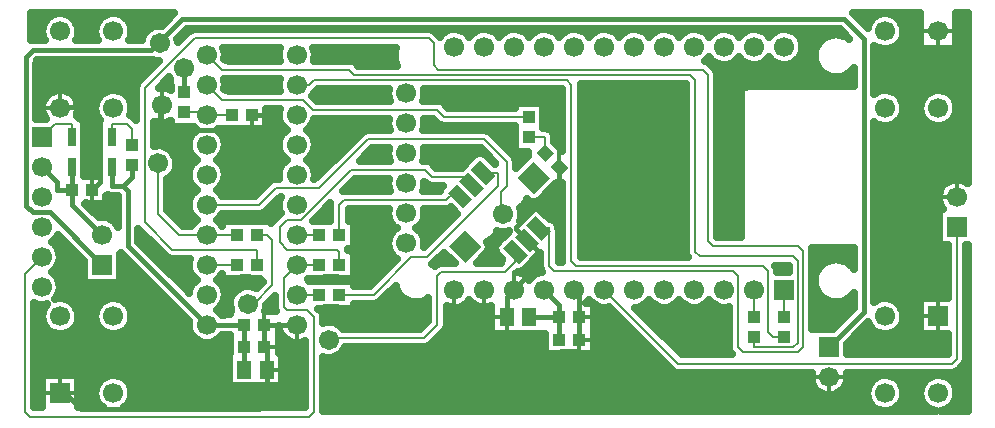
<source format=gbr>
G04 DipTrace 2.4.0.2*
%INTop.gbr*%
%MOIN*%
%ADD13C,0.015*%
%ADD14C,0.008*%
%ADD15C,0.025*%
%ADD16C,0.013*%
%ADD18R,0.0394X0.0433*%
%ADD19R,0.0433X0.0394*%
%ADD20R,0.0512X0.0591*%
%ADD22R,0.0315X0.063*%
%ADD23R,0.0669X0.0669*%
%ADD24C,0.0669*%
%ADD25C,0.067*%
%FSLAX44Y44*%
G04*
G70*
G90*
G75*
G01*
%LNTop*%
%LPD*%
X11440Y5690D2*
D13*
Y6440D1*
X10190Y7190D2*
X7565Y9815D1*
Y11652D1*
X7405Y11812D1*
X7029D1*
Y12440D1*
X7405Y11812D2*
X7690Y12096D1*
Y12521D1*
X11440Y7190D2*
X10190D1*
X11440Y6440D2*
Y7190D1*
X10190Y11190D2*
D14*
X11940D1*
X12503Y11753D1*
X13940D1*
X15565Y13378D1*
X19440D1*
X20190Y12628D1*
Y11815D1*
X20003Y11628D1*
Y10940D1*
X20065Y10878D1*
X5304Y4910D2*
D13*
X5470D1*
X6003Y4377D1*
X11940D1*
X12190Y4627D1*
Y5688D1*
X12188Y5690D1*
Y6361D1*
X12109Y6440D1*
Y7190D1*
X13190D1*
X20192Y7440D2*
Y8107D1*
X20440Y8355D1*
X22609Y6690D2*
Y7440D1*
Y8186D1*
X22440Y8355D1*
X20440D2*
Y8377D1*
X21253Y9190D1*
Y9627D1*
X20866Y10014D1*
X21940Y12440D2*
Y11878D1*
X20502Y10440D1*
Y10378D1*
X20866Y10014D1*
X6359Y11690D2*
X6378D1*
X6628Y11940D1*
Y14065D1*
X6253Y14440D1*
X5334D1*
X5304Y14410D1*
X11690Y14190D2*
X12065D1*
X12128Y14128D1*
Y13815D1*
X12002Y13690D1*
X8940D1*
X8627Y14002D1*
Y14440D1*
X8690Y14503D1*
X35190Y10440D2*
D14*
Y6055D1*
X35030Y5895D1*
X25900D1*
X23440Y8355D1*
X11021Y14190D2*
X10190D1*
X10109Y14271D1*
X9440D1*
X13190Y10190D2*
X13940D1*
X10190Y9190D2*
X11190D1*
X7029Y13440D2*
Y13875D1*
X7530D1*
X7690Y13715D1*
Y13190D1*
X19404Y12255D2*
X19909D1*
Y11827D1*
X17517Y9436D1*
X17008D1*
X15762Y8190D1*
X14609D1*
Y9190D2*
Y9615D1*
X14534Y9690D1*
X12859D1*
X12615Y9935D1*
Y10445D1*
X12859Y10690D1*
X13326D1*
X14991Y12355D1*
X17475D1*
X17710Y12120D1*
X18760D1*
X19014Y11866D1*
X18764D1*
X14609Y10190D2*
Y11195D1*
X14769Y11355D1*
X18168D1*
X18288Y11476D1*
X18625D1*
X20476Y9625D2*
Y9288D1*
X20127Y8940D1*
X18002D1*
X17877Y8815D1*
Y7190D1*
X17440Y6752D1*
X14315D1*
X14252Y6690D1*
X11565Y7878D2*
X11753D1*
X12378Y8503D1*
Y10002D1*
X12190Y10190D1*
X11859D1*
Y9190D2*
Y9690D1*
X9038D1*
X8127Y10601D1*
Y15065D1*
X9793Y16730D1*
X17590D1*
X17750Y16570D1*
Y15835D1*
X17910Y15675D1*
X26735D1*
X26895Y15515D1*
Y9973D1*
X27055Y9813D1*
X29895D1*
X30055Y9653D1*
Y6434D1*
X29895Y6274D1*
X28055D1*
X27895Y6434D1*
Y8823D1*
X27735Y8983D1*
X21770D1*
X21610Y9143D1*
Y10404D1*
X21255D1*
X21610D2*
D3*
X10190Y15190D2*
X10690Y14690D1*
X13396D1*
X13731Y14355D1*
X17867D1*
X18112Y14109D1*
X20940D1*
Y13440D2*
X21467D1*
Y12913D1*
X29440Y8360D2*
Y7440D1*
X28440Y8355D2*
Y7440D1*
X4690Y12440D2*
D13*
X5180Y11950D1*
Y11690D1*
X5690D1*
Y12440D1*
Y11690D2*
Y11190D1*
X6690Y10190D1*
X13940Y8190D2*
D14*
X13190D1*
X13940Y9190D2*
X13190D1*
X12752Y8753D1*
Y7788D1*
X12850Y7690D1*
X13521D1*
X13765Y7445D1*
Y4286D1*
X13605Y4126D1*
X4286D1*
X4126Y4286D1*
Y8876D1*
X4690Y9440D1*
X10190Y10190D2*
X11190D1*
X4690Y13440D2*
X5145Y13895D1*
X5690D1*
Y13440D1*
X10190Y10190D2*
X9252D1*
X8565Y10877D1*
Y12565D1*
X13190Y15190D2*
X13605D1*
X13770Y15355D1*
X22184D1*
X22344Y15195D1*
Y9303D1*
X22504Y9143D1*
X28735D1*
X28895Y8983D1*
Y6931D1*
X29055Y6771D1*
X29440D1*
X10190Y16190D2*
X10690Y15690D1*
X14937D1*
X15112Y15515D1*
X26306D1*
X26466Y15355D1*
Y9623D1*
X26626Y9463D1*
X29735D1*
X29895Y9303D1*
Y6594D1*
X29735Y6434D1*
X28440D1*
Y6771D1*
X30940Y6440D2*
D13*
X32102Y7602D1*
Y16700D1*
X31424Y17378D1*
X9378D1*
X8340Y16340D1*
X4391D1*
X4161Y16110D1*
Y11160D1*
X4391Y10930D1*
X4950D1*
X6690Y9190D1*
X9440Y15753D2*
Y14940D1*
X21440Y8355D2*
X21940Y7855D1*
Y7440D1*
Y6690D2*
Y7440D1*
X21351D1*
X20940D1*
X4340Y17316D2*
D15*
X4792D1*
X5819D2*
X6561D1*
X7588D2*
X8811D1*
X31990D2*
X32292D1*
X33319D2*
X33952D1*
X35201D2*
X35542D1*
X4340Y17068D2*
X4686D1*
X5920D2*
X6460D1*
X7694D2*
X8276D1*
X33420D2*
X33952D1*
X35201D2*
X35542D1*
X4340Y16819D2*
X4698D1*
X5908D2*
X6472D1*
X7682D2*
X8058D1*
X9326D2*
X9425D1*
X29932D2*
X30894D1*
X33408D2*
X33952D1*
X35201D2*
X35542D1*
X30049Y16570D2*
X30565D1*
X33276D2*
X33952D1*
X35201D2*
X35542D1*
X10799Y16322D2*
X12581D1*
X13799D2*
X16452D1*
X30053D2*
X30452D1*
X32467D2*
X35542D1*
X10803Y16073D2*
X12577D1*
X13803D2*
X16433D1*
X29940D2*
X30433D1*
X32467D2*
X35542D1*
X4526Y15824D2*
X8429D1*
X15260D2*
X16507D1*
X27041D2*
X30507D1*
X32467D2*
X35542D1*
X4526Y15575D2*
X8183D1*
X27217D2*
X30718D1*
X31619D2*
X31738D1*
X32467D2*
X35542D1*
X4526Y15327D2*
X7933D1*
X8846D2*
X8952D1*
X10799D2*
X12581D1*
X27225D2*
X31737D1*
X32467D2*
X35542D1*
X4526Y15078D2*
X7800D1*
X10803D2*
X12577D1*
X22674D2*
X26136D1*
X27225D2*
X28026D1*
X32467D2*
X35542D1*
X4526Y14829D2*
X4851D1*
X5760D2*
X6620D1*
X7529D2*
X7796D1*
X13713D2*
X16218D1*
X17459D2*
X22015D1*
X22674D2*
X26136D1*
X27225D2*
X27968D1*
X33260D2*
X34120D1*
X35029D2*
X35542D1*
X4526Y14581D2*
X4706D1*
X5904D2*
X6476D1*
X7674D2*
X7796D1*
X18096D2*
X20452D1*
X21428D2*
X22015D1*
X22674D2*
X26136D1*
X27225D2*
X27968D1*
X33404D2*
X33976D1*
X35174D2*
X35542D1*
X4526Y14332D2*
X4686D1*
X5924D2*
X6456D1*
X7694D2*
X7796D1*
X12197D2*
X12581D1*
X21428D2*
X22015D1*
X22674D2*
X26136D1*
X27225D2*
X27968D1*
X33424D2*
X33956D1*
X35194D2*
X35542D1*
X4526Y14083D2*
X4776D1*
X5955D2*
X6550D1*
X12197D2*
X12573D1*
X21428D2*
X22015D1*
X22674D2*
X26136D1*
X27225D2*
X27968D1*
X33330D2*
X34050D1*
X35104D2*
X35542D1*
X6139Y13835D2*
X6581D1*
X8459D2*
X8952D1*
X12197D2*
X12683D1*
X13697D2*
X16218D1*
X17463D2*
X17956D1*
X21428D2*
X22015D1*
X22674D2*
X26136D1*
X27225D2*
X27968D1*
X32467D2*
X32615D1*
X32994D2*
X34386D1*
X34768D2*
X35542D1*
X6139Y13586D2*
X6581D1*
X8459D2*
X9714D1*
X10666D2*
X12714D1*
X13666D2*
X15315D1*
X19690D2*
X20452D1*
X21760D2*
X22015D1*
X22674D2*
X26136D1*
X27225D2*
X27968D1*
X32467D2*
X35542D1*
X6139Y13337D2*
X6581D1*
X8459D2*
X9585D1*
X10795D2*
X12585D1*
X13795D2*
X15069D1*
X19936D2*
X20452D1*
X21795D2*
X22015D1*
X22674D2*
X26136D1*
X27225D2*
X27968D1*
X32467D2*
X35542D1*
X6139Y13089D2*
X6581D1*
X8881D2*
X9573D1*
X10807D2*
X12573D1*
X13807D2*
X14819D1*
X20186D2*
X20452D1*
X22674D2*
X26136D1*
X27225D2*
X27968D1*
X32467D2*
X35542D1*
X6139Y12840D2*
X6581D1*
X9123D2*
X9679D1*
X10701D2*
X12679D1*
X13701D2*
X14573D1*
X15483D2*
X16218D1*
X17463D2*
X19073D1*
X20432D2*
X20890D1*
X22674D2*
X26136D1*
X27225D2*
X27968D1*
X32467D2*
X35542D1*
X6139Y12591D2*
X6581D1*
X9190D2*
X9718D1*
X10662D2*
X12718D1*
X13662D2*
X14323D1*
X17694D2*
X18827D1*
X20522D2*
X20638D1*
X22674D2*
X26136D1*
X27225D2*
X27968D1*
X32467D2*
X35542D1*
X6139Y12343D2*
X6581D1*
X9147D2*
X9585D1*
X10795D2*
X12585D1*
X13795D2*
X14073D1*
X22674D2*
X26136D1*
X27225D2*
X27968D1*
X32467D2*
X35542D1*
X8963Y12094D2*
X9573D1*
X10807D2*
X12573D1*
X22674D2*
X26136D1*
X27225D2*
X27968D1*
X32467D2*
X35542D1*
X8897Y11845D2*
X9675D1*
X10705D2*
X12140D1*
X14940D2*
X16218D1*
X17463D2*
X17554D1*
X21803D2*
X22015D1*
X22674D2*
X26136D1*
X27225D2*
X27968D1*
X32467D2*
X34722D1*
X8897Y11596D2*
X9726D1*
X10654D2*
X11890D1*
X21553D2*
X22015D1*
X22674D2*
X26136D1*
X27225D2*
X27968D1*
X32467D2*
X34585D1*
X6865Y11348D2*
X7202D1*
X8897D2*
X9585D1*
X21303D2*
X22015D1*
X22674D2*
X26136D1*
X27225D2*
X27968D1*
X32467D2*
X34573D1*
X6287Y11099D2*
X7202D1*
X8897D2*
X9573D1*
X12307D2*
X12573D1*
X14194D2*
X14279D1*
X20678D2*
X22015D1*
X22674D2*
X26136D1*
X27225D2*
X27968D1*
X32467D2*
X34671D1*
X6533Y10850D2*
X7202D1*
X9049D2*
X9671D1*
X10709D2*
X12565D1*
X13944D2*
X14280D1*
X14940D2*
X16218D1*
X17463D2*
X18476D1*
X20690D2*
X20788D1*
X21514D2*
X22015D1*
X22674D2*
X26136D1*
X27225D2*
X27968D1*
X32467D2*
X34565D1*
X9295Y10602D2*
X9729D1*
X15115D2*
X16296D1*
X17385D2*
X18226D1*
X21865D2*
X22015D1*
X22674D2*
X26136D1*
X27225D2*
X27968D1*
X32467D2*
X34565D1*
X15115Y10353D2*
X16421D1*
X17260D2*
X17979D1*
X22674D2*
X26136D1*
X27225D2*
X27968D1*
X32467D2*
X34565D1*
X7932Y10104D2*
X8167D1*
X15115D2*
X16253D1*
X17428D2*
X17729D1*
X19795D2*
X20042D1*
X22674D2*
X26136D1*
X32467D2*
X34565D1*
X5147Y9856D2*
X5519D1*
X8029D2*
X8417D1*
X15115D2*
X16218D1*
X19623D2*
X19808D1*
X22674D2*
X26136D1*
X32467D2*
X34565D1*
X5291Y9607D2*
X5769D1*
X8279D2*
X8667D1*
X15115D2*
X16292D1*
X19565D2*
X19804D1*
X22674D2*
X26136D1*
X30385D2*
X31737D1*
X32467D2*
X34858D1*
X5311Y9358D2*
X6015D1*
X7315D2*
X7515D1*
X8526D2*
X9589D1*
X15115D2*
X16476D1*
X17897D2*
X18311D1*
X19315D2*
X20038D1*
X21119D2*
X21280D1*
X30385D2*
X31050D1*
X31291D2*
X31737D1*
X32467D2*
X34858D1*
X5217Y9110D2*
X6065D1*
X7315D2*
X7765D1*
X8776D2*
X9569D1*
X15115D2*
X16226D1*
X20877D2*
X21280D1*
X29197D2*
X29565D1*
X30385D2*
X30597D1*
X32467D2*
X34858D1*
X5143Y8861D2*
X6065D1*
X7315D2*
X8015D1*
X9026D2*
X9663D1*
X15115D2*
X15976D1*
X20787D2*
X21093D1*
X32467D2*
X34858D1*
X5291Y8612D2*
X6065D1*
X7315D2*
X8261D1*
X9272D2*
X9737D1*
X10643D2*
X12030D1*
X15115D2*
X15729D1*
X32467D2*
X34858D1*
X5311Y8364D2*
X8511D1*
X10787D2*
X11186D1*
X16393D2*
X16488D1*
X30385D2*
X30492D1*
X32467D2*
X34858D1*
X5217Y8115D2*
X8761D1*
X10811D2*
X10987D1*
X16143D2*
X16671D1*
X30385D2*
X30671D1*
X32467D2*
X34858D1*
X5779Y7866D2*
X6601D1*
X7549D2*
X9007D1*
X10721D2*
X10940D1*
X12197D2*
X12421D1*
X15115D2*
X17546D1*
X18815D2*
X19065D1*
X24815D2*
X25065D1*
X25815D2*
X26065D1*
X26815D2*
X27065D1*
X30385D2*
X31737D1*
X33279D2*
X33952D1*
X4455Y7617D2*
X4698D1*
X5908D2*
X6472D1*
X7682D2*
X9257D1*
X10635D2*
X10933D1*
X14041D2*
X17546D1*
X18209D2*
X19647D1*
X23115D2*
X23722D1*
X24635D2*
X27565D1*
X30385D2*
X31612D1*
X33408D2*
X33952D1*
X4455Y7369D2*
X4686D1*
X5920D2*
X6460D1*
X7694D2*
X9507D1*
X14096D2*
X17546D1*
X18209D2*
X19647D1*
X23115D2*
X23972D1*
X24881D2*
X27565D1*
X30385D2*
X31362D1*
X33420D2*
X33952D1*
X4455Y7120D2*
X4792D1*
X5815D2*
X6565D1*
X7588D2*
X9569D1*
X14697D2*
X17351D1*
X18197D2*
X19647D1*
X23115D2*
X24218D1*
X25131D2*
X27565D1*
X30385D2*
X31116D1*
X32127D2*
X32292D1*
X33315D2*
X33952D1*
X4455Y6871D2*
X5237D1*
X5368D2*
X7011D1*
X7140D2*
X9655D1*
X18014D2*
X21433D1*
X23115D2*
X24468D1*
X25381D2*
X27565D1*
X31877D2*
X32737D1*
X32868D2*
X33952D1*
X4455Y6623D2*
X9972D1*
X10408D2*
X10933D1*
X12615D2*
X12972D1*
X17768D2*
X21433D1*
X23115D2*
X24718D1*
X25627D2*
X27565D1*
X31627D2*
X34858D1*
X4455Y6374D2*
X10933D1*
X12615D2*
X13436D1*
X14787D2*
X21433D1*
X23115D2*
X24964D1*
X25877D2*
X27569D1*
X31565D2*
X34858D1*
X4455Y6125D2*
X10894D1*
X12733D2*
X13436D1*
X14479D2*
X25214D1*
X4455Y5877D2*
X10894D1*
X12733D2*
X13436D1*
X14096D2*
X25464D1*
X35463D2*
X35542D1*
X4455Y5628D2*
X10894D1*
X12733D2*
X13436D1*
X14096D2*
X25729D1*
X35201D2*
X35542D1*
X4455Y5379D2*
X4679D1*
X5928D2*
X6679D1*
X7475D2*
X10894D1*
X12733D2*
X13436D1*
X14096D2*
X30319D1*
X31561D2*
X32405D1*
X33201D2*
X34179D1*
X34975D2*
X35542D1*
X4455Y5131D2*
X4679D1*
X5928D2*
X6495D1*
X7658D2*
X10894D1*
X12733D2*
X13436D1*
X14096D2*
X30401D1*
X31479D2*
X32222D1*
X33385D2*
X33995D1*
X35158D2*
X35542D1*
X4455Y4882D2*
X4679D1*
X5928D2*
X6452D1*
X7701D2*
X13436D1*
X14096D2*
X30694D1*
X31186D2*
X32179D1*
X33428D2*
X33952D1*
X35201D2*
X35542D1*
X4455Y4633D2*
X4679D1*
X5928D2*
X6519D1*
X7631D2*
X13436D1*
X14096D2*
X32249D1*
X33361D2*
X34019D1*
X35131D2*
X35542D1*
X14096Y4385D2*
X32491D1*
X33115D2*
X34265D1*
X34889D2*
X35542D1*
X18894Y12636D2*
X19112Y12853D1*
X19218Y12918D1*
X19341Y12928D1*
X19458Y12877D1*
X19783Y12558D1*
X19798Y12589D1*
X19314Y13072D1*
X17413Y13073D1*
X17440Y12920D1*
X17427Y12776D1*
X17390Y12661D1*
X17475Y12660D1*
X17599Y12633D1*
X17690Y12571D1*
X17837Y12424D1*
X18682Y12425D1*
X18894Y12636D1*
X18533Y10886D2*
X18323Y11096D1*
X18290Y11075D1*
X18168Y11050D1*
X17421D1*
X17440Y10900D1*
X17427Y10776D1*
X17389Y10657D1*
X17327Y10549D1*
X17243Y10456D1*
X17171Y10403D1*
X17228Y10357D1*
X17315Y10267D1*
X17380Y10161D1*
X17423Y10044D1*
X17440Y9900D1*
X17427Y9780D1*
X18536Y10886D1*
X19966Y10005D2*
X20232Y10261D1*
X20276Y10314D1*
X20132Y10281D1*
X20008Y10280D1*
X19875Y10310D1*
X19818Y10173D1*
X19741Y10074D1*
X19642Y10000D1*
X19544Y9961D1*
X19578Y9905D1*
X19606Y9784D1*
X19577Y9664D1*
X19529Y9597D1*
X19182Y9252D1*
X19377Y9245D1*
X19999D1*
X20039Y9380D1*
X19878Y9542D1*
X19813Y9647D1*
X19804Y9771D1*
X19854Y9888D1*
X19966Y10005D1*
X20897Y9156D2*
X20768Y9027D1*
X20658Y8962D1*
X20700Y8978D1*
X20562Y8943D1*
X20681Y8905D1*
X20789Y8843D1*
X20882Y8760D1*
X20940Y8687D1*
X21029Y8792D1*
X21129Y8868D1*
X21241Y8921D1*
X21374Y8950D1*
X21316Y9060D1*
X21305Y9143D1*
Y9563D1*
X21111Y9379D1*
X20985Y9244D1*
X20897Y9156D1*
X20746Y10784D2*
X20964Y11002D1*
X21069Y11067D1*
X21193Y11076D1*
X21310Y11026D1*
X21634Y10707D1*
X21672Y10703D1*
X21786Y10653D1*
X21871Y10562D1*
X21912Y10445D1*
X21928Y10258D1*
X21930Y10295D1*
X22039Y10303D1*
X22036Y11896D1*
X21962Y11883D1*
X21888Y11891D1*
X21852Y11903D1*
X21812Y11880D1*
X21283Y11351D1*
X21177Y11286D1*
X21054Y11277D1*
X20937Y11327D1*
X20872Y11387D1*
X20863Y11346D1*
X20808Y11234D1*
X20723Y11143D1*
X20624Y11088D1*
X20648Y11021D1*
X20665Y10878D1*
X20652Y10753D1*
X20620Y10649D1*
X20746Y10784D1*
X20498Y12429D2*
X20883Y12814D1*
X20910Y12932D1*
X20902Y12958D1*
X20478D1*
Y13806D1*
X18112Y13804D1*
X17988Y13832D1*
X17897Y13894D1*
X17739Y14051D1*
X17417Y14050D1*
X17440Y13920D1*
X17427Y13776D1*
X17397Y13683D1*
X19440D1*
X19565Y13655D1*
X19656Y13593D1*
X20406Y12843D1*
X20474Y12736D1*
X20495Y12628D1*
Y12428D1*
X20784Y12714D1*
X18451Y9242D2*
X18103Y9590D1*
X17706Y9197D1*
X17787Y9156D1*
X17884Y9221D1*
X18002Y9245D1*
X18452D1*
X6114Y12152D2*
X6172Y12148D1*
X6253Y12152D1*
X6607D1*
X6610Y13020D1*
X6606Y13110D1*
Y14020D1*
X6618D1*
X6531Y14160D1*
X6491Y14278D1*
X6476Y14402D1*
X6487Y14526D1*
X6524Y14645D1*
X6585Y14754D1*
X6666Y14849D1*
X6766Y14924D1*
X6879Y14977D1*
X7000Y15005D1*
X7125Y15008D1*
X7248Y14985D1*
X7363Y14937D1*
X7466Y14866D1*
X7551Y14776D1*
X7617Y14669D1*
X7659Y14552D1*
X7675Y14410D1*
X7662Y14286D1*
X7622Y14164D1*
X7680Y14141D1*
X7746Y14091D1*
X7820Y14016D1*
X7822Y15065D1*
X7850Y15190D1*
X7912Y15281D1*
X8600Y15968D1*
X8448Y15993D1*
X8407Y16007D1*
X8215Y16000D1*
X4531D1*
X4501Y15860D1*
Y14043D1*
X4836Y14040D1*
X4782Y14115D1*
X4732Y14230D1*
X4707Y14352D1*
X4708Y14476D1*
X4735Y14598D1*
X4786Y14712D1*
X4860Y14813D1*
X4953Y14896D1*
X5061Y14958D1*
X5179Y14997D1*
X5303Y15010D1*
X5428Y14997D1*
X5546Y14959D1*
X5655Y14897D1*
X5748Y14814D1*
X5822Y14714D1*
X5873Y14600D1*
X5900Y14478D1*
X5902Y14361D1*
X5878Y14238D1*
X5847Y14156D1*
X5928Y14084D1*
X6018Y14020D1*
X6112D1*
X6109Y12860D1*
X6112Y12770D1*
Y12149D1*
X6178Y12152D1*
X6172Y11230D2*
X6132Y11228D1*
X6580Y10781D1*
X6739Y10788D1*
X6862Y10765D1*
X6977Y10717D1*
X7080Y10646D1*
X7166Y10555D1*
X7225Y10459D1*
Y11475D1*
X7029Y11472D1*
X6903Y11497D1*
X6935Y11486D1*
X6841Y11477D1*
Y11228D1*
X6141D1*
X11961Y5133D2*
X11711Y5130D1*
X10919D1*
Y6250D1*
X10962D1*
X10958Y6849D1*
X10686Y6850D1*
X10593Y6746D1*
X10493Y6672D1*
X10379Y6621D1*
X10257Y6594D1*
X10133Y6593D1*
X10010Y6618D1*
X9896Y6667D1*
X9794Y6739D1*
X9709Y6831D1*
X9645Y6938D1*
X9605Y7056D1*
X9590Y7180D1*
X9596Y7303D1*
X7323Y9577D1*
X7290Y9540D1*
Y8590D1*
X6090D1*
Y9305D1*
X5226Y10173D1*
X5176Y10089D1*
X5093Y9996D1*
X5021Y9943D1*
X5080Y9896D1*
X5166Y9805D1*
X5231Y9699D1*
X5273Y9581D1*
X5290Y9440D1*
X5277Y9316D1*
X5238Y9197D1*
X5176Y9089D1*
X5093Y8996D1*
X5021Y8943D1*
X5080Y8896D1*
X5166Y8805D1*
X5231Y8699D1*
X5273Y8581D1*
X5290Y8440D1*
X5277Y8316D1*
X5238Y8197D1*
X5176Y8089D1*
X5137Y8045D1*
X5229Y8064D1*
X5353Y8067D1*
X5476Y8044D1*
X5591Y7996D1*
X5694Y7925D1*
X5780Y7835D1*
X5845Y7728D1*
X5887Y7611D1*
X5904Y7470D1*
X5891Y7345D1*
X5852Y7227D1*
X5790Y7118D1*
X5707Y7025D1*
X5607Y6952D1*
X5493Y6900D1*
X5371Y6874D1*
X5246Y6873D1*
X5124Y6898D1*
X5009Y6947D1*
X4908Y7020D1*
X4823Y7111D1*
X4760Y7219D1*
X4719Y7337D1*
X4705Y7461D1*
X4716Y7585D1*
X4752Y7704D1*
X4813Y7813D1*
X4856Y7863D1*
X4757Y7844D1*
X4632Y7843D1*
X4510Y7868D1*
X4427Y7904D1*
X4431Y7376D1*
Y4434D1*
X4704Y4431D1*
X4705Y5510D1*
X5904D1*
Y4431D1*
X6719D1*
X6679Y4461D1*
X6595Y4552D1*
X6531Y4660D1*
X6491Y4778D1*
X6476Y4902D1*
X6487Y5026D1*
X6524Y5145D1*
X6585Y5254D1*
X6666Y5349D1*
X6766Y5424D1*
X6879Y5477D1*
X7000Y5505D1*
X7125Y5508D1*
X7248Y5485D1*
X7363Y5437D1*
X7466Y5366D1*
X7551Y5276D1*
X7617Y5169D1*
X7659Y5052D1*
X7675Y4910D1*
X7662Y4786D1*
X7624Y4668D1*
X7562Y4559D1*
X7479Y4466D1*
X7432Y4432D1*
X13461Y4431D1*
X13460Y6657D1*
X13379Y6621D1*
X13257Y6594D1*
X13133Y6593D1*
X13010Y6618D1*
X12896Y6667D1*
X12794Y6739D1*
X12709Y6831D1*
X12645Y6938D1*
X12605Y7056D1*
X12591Y7152D1*
X12592Y6250D1*
X12709D1*
Y5130D1*
X11667Y5131D1*
X10958Y7529D2*
Y7652D1*
X11009D1*
X10980Y7744D1*
X10965Y7868D1*
X10976Y7992D1*
X11012Y8111D1*
X11073Y8220D1*
X11154Y8315D1*
X11254Y8390D1*
X11366Y8444D1*
X11488Y8473D1*
X11613Y8476D1*
X11735Y8453D1*
X11847Y8407D1*
X12070Y8626D1*
X11966Y8728D1*
X11378Y8732D1*
X11297Y8728D1*
X10708D1*
Y8888D1*
X10593Y8746D1*
X10521Y8693D1*
X10578Y8647D1*
X10665Y8557D1*
X10730Y8451D1*
X10773Y8334D1*
X10790Y8190D1*
X10777Y8066D1*
X10739Y7947D1*
X10677Y7839D1*
X10593Y7746D1*
X10521Y7693D1*
X10578Y7647D1*
X10683Y7527D1*
X10960Y7530D1*
X12121Y7652D2*
X12480D1*
X12459Y7705D1*
X12447Y7788D1*
Y8143D1*
X12165Y7859D1*
X12152Y7753D1*
X12120Y7653D1*
X22422Y6230D2*
X21458Y6228D1*
X21457Y6880D1*
X20419Y6884D1*
X20338Y6880D1*
X19671D1*
Y7801D1*
X19557Y7766D1*
X19432Y7755D1*
X19309Y7770D1*
X19190Y7809D1*
X19083Y7873D1*
X18991Y7957D1*
X18940Y8023D1*
X18862Y7928D1*
X18764Y7850D1*
X18653Y7794D1*
X18532Y7762D1*
X18407Y7756D1*
X18284Y7776D1*
X18183Y7813D1*
X18182Y7190D1*
X18155Y7065D1*
X18093Y6974D1*
X17656Y6537D1*
X17548Y6468D1*
X17440Y6447D1*
X14801D1*
X14739Y6339D1*
X14656Y6246D1*
X14555Y6172D1*
X14442Y6121D1*
X14320Y6094D1*
X14195Y6093D1*
X14069Y6119D1*
X14070Y4315D1*
X32733D1*
X32624Y4339D1*
X32509Y4388D1*
X32408Y4461D1*
X32323Y4552D1*
X32260Y4660D1*
X32219Y4778D1*
X32205Y4902D1*
X32216Y5026D1*
X32252Y5145D1*
X32313Y5254D1*
X32395Y5349D1*
X32494Y5424D1*
X32607Y5477D1*
X32729Y5505D1*
X32853Y5508D1*
X32976Y5485D1*
X33091Y5437D1*
X33194Y5366D1*
X33280Y5276D1*
X33345Y5169D1*
X33387Y5052D1*
X33404Y4910D1*
X33391Y4786D1*
X33352Y4668D1*
X33290Y4559D1*
X33207Y4466D1*
X33107Y4393D1*
X32993Y4341D1*
X32875Y4315D1*
X34506D1*
X34396Y4339D1*
X34281Y4388D1*
X34179Y4461D1*
X34095Y4552D1*
X34031Y4660D1*
X33991Y4778D1*
X33976Y4902D1*
X33987Y5026D1*
X34024Y5145D1*
X34085Y5254D1*
X34166Y5349D1*
X34266Y5424D1*
X34379Y5477D1*
X34500Y5505D1*
X34625Y5508D1*
X34748Y5485D1*
X34863Y5437D1*
X34966Y5366D1*
X35051Y5276D1*
X35117Y5169D1*
X35159Y5052D1*
X35175Y4910D1*
X35162Y4786D1*
X35124Y4668D1*
X35062Y4559D1*
X34979Y4466D1*
X34878Y4393D1*
X34764Y4341D1*
X34646Y4315D1*
X35565D1*
Y9842D1*
X35497Y9840D1*
X35495Y6055D1*
X35468Y5930D1*
X35406Y5839D1*
X35246Y5679D1*
X35138Y5610D1*
X35030Y5590D1*
X31518D1*
X31536Y5508D1*
X31538Y5390D1*
X31514Y5267D1*
X31466Y5152D1*
X31395Y5050D1*
X31305Y4964D1*
X31198Y4899D1*
X31081Y4857D1*
X30957Y4841D1*
X30833Y4850D1*
X30713Y4885D1*
X30603Y4944D1*
X30508Y5025D1*
X30431Y5123D1*
X30376Y5235D1*
X30346Y5356D1*
X30342Y5481D1*
X30359Y5590D1*
X25900D1*
X25776Y5617D1*
X25685Y5679D1*
X23588Y7775D1*
X23507Y7759D1*
X23383Y7758D1*
X23260Y7783D1*
X23146Y7832D1*
X23044Y7904D1*
X22941Y8026D1*
X22862Y7928D1*
X22833Y7902D1*
X23047D1*
X23091Y7867D1*
Y6228D1*
X22128Y6229D1*
X21770Y13263D2*
X21948Y13083D1*
X22016Y12982D1*
X22028Y12977D1*
X22039Y13053D1*
Y15049D1*
X17423Y15050D1*
X17440Y14900D1*
X17427Y14776D1*
X17390Y14661D1*
X17867Y14660D1*
X17991Y14633D1*
X18082Y14571D1*
X18240Y14413D1*
X20476Y14414D1*
X20478Y14591D1*
X21402D1*
Y13743D1*
X21467Y13745D1*
X21588Y13720D1*
X21690Y13648D1*
X21760Y13522D1*
X21772Y13440D1*
Y13264D1*
X30360Y7040D2*
X31055D1*
X31763Y7744D1*
X31762Y8246D1*
X31629Y8102D1*
X31526Y8030D1*
X31413Y7978D1*
X31293Y7946D1*
X31168Y7935D1*
X31044Y7946D1*
X30923Y7979D1*
X30810Y8032D1*
X30708Y8104D1*
X30620Y8193D1*
X30549Y8295D1*
X30497Y8409D1*
X30465Y8529D1*
X30455Y8654D1*
X30467Y8778D1*
X30500Y8898D1*
X30553Y9011D1*
X30625Y9113D1*
X30714Y9201D1*
X30817Y9272D1*
X30930Y9324D1*
X31051Y9355D1*
X31176Y9365D1*
X31300Y9353D1*
X31420Y9320D1*
X31533Y9266D1*
X31635Y9194D1*
X31722Y9104D1*
X31760Y9050D1*
X31762Y9746D1*
X30440Y9743D1*
X30350D1*
X30360Y9653D1*
Y7040D1*
X31540Y6559D2*
Y6200D1*
X34889D1*
X34885Y6871D1*
X33976Y6870D1*
Y8069D1*
X34885D1*
Y9840D1*
X34590D1*
Y11040D1*
X34741Y11043D1*
X34668Y11145D1*
X34618Y11259D1*
X34593Y11381D1*
X34594Y11506D1*
X34621Y11628D1*
X34672Y11742D1*
X34745Y11842D1*
X34838Y11926D1*
X34946Y11988D1*
X35065Y12027D1*
X35189Y12040D1*
X35313Y12027D1*
X35432Y11989D1*
X35540Y11927D1*
X35565Y11908D1*
Y17565D1*
X35178D1*
X35175Y17269D1*
Y16370D1*
X33976D1*
Y17565D1*
X32874D1*
X32976Y17544D1*
X33091Y17496D1*
X33194Y17425D1*
X33280Y17335D1*
X33345Y17228D1*
X33387Y17111D1*
X33404Y16970D1*
X33391Y16845D1*
X33352Y16727D1*
X33290Y16618D1*
X33207Y16525D1*
X33107Y16452D1*
X32993Y16400D1*
X32871Y16374D1*
X32746Y16373D1*
X32624Y16398D1*
X32509Y16447D1*
X32443Y16495D1*
X32442Y14891D1*
X32607Y14977D1*
X32729Y15005D1*
X32853Y15008D1*
X32976Y14985D1*
X33091Y14937D1*
X33194Y14866D1*
X33280Y14776D1*
X33345Y14669D1*
X33387Y14552D1*
X33404Y14410D1*
X33391Y14286D1*
X33352Y14168D1*
X33290Y14059D1*
X33207Y13966D1*
X33107Y13893D1*
X32993Y13841D1*
X32871Y13815D1*
X32746Y13814D1*
X32624Y13839D1*
X32509Y13888D1*
X32443Y13936D1*
X32442Y7946D1*
X32494Y7983D1*
X32607Y8036D1*
X32729Y8064D1*
X32853Y8067D1*
X32976Y8044D1*
X33091Y7996D1*
X33194Y7925D1*
X33280Y7835D1*
X33345Y7728D1*
X33387Y7611D1*
X33404Y7470D1*
X33391Y7345D1*
X33352Y7227D1*
X33290Y7118D1*
X33207Y7025D1*
X33107Y6952D1*
X32993Y6900D1*
X32871Y6874D1*
X32746Y6873D1*
X32624Y6898D1*
X32509Y6947D1*
X32408Y7020D1*
X32323Y7111D1*
X32260Y7219D1*
X32243Y7267D1*
X31538Y6557D1*
X29203Y8960D2*
X29594D1*
X29590Y9161D1*
X29145Y9158D1*
X29189Y9065D1*
X29200Y8963D1*
X27587Y7776D2*
X27507Y7759D1*
X27383Y7758D1*
X27260Y7783D1*
X27146Y7832D1*
X27044Y7904D1*
X26941Y8026D1*
X26843Y7911D1*
X26743Y7837D1*
X26629Y7786D1*
X26507Y7759D1*
X26383Y7758D1*
X26260Y7783D1*
X26146Y7832D1*
X26044Y7904D1*
X25941Y8026D1*
X25843Y7911D1*
X25743Y7837D1*
X25629Y7786D1*
X25507Y7759D1*
X25383Y7758D1*
X25260Y7783D1*
X25146Y7832D1*
X25044Y7904D1*
X24941Y8026D1*
X24843Y7911D1*
X24743Y7837D1*
X24629Y7786D1*
X24507Y7759D1*
X24464Y7758D1*
X25954Y6273D1*
X26028Y6198D1*
X27701Y6200D1*
X27679Y6219D1*
X27611Y6326D1*
X27590Y6434D1*
Y7774D1*
X16530Y9388D2*
X16444Y9449D1*
X16359Y9541D1*
X16295Y9648D1*
X16255Y9766D1*
X16240Y9890D1*
X16251Y10014D1*
X16287Y10134D1*
X16348Y10243D1*
X16429Y10337D1*
X16513Y10401D1*
X16444Y10449D1*
X16359Y10541D1*
X16295Y10648D1*
X16255Y10766D1*
X16240Y10890D1*
X16261Y11048D1*
X14914Y11050D1*
Y10652D1*
X15091D1*
Y9728D1*
X14892D1*
X14903Y9694D1*
X15003Y9652D1*
X15091D1*
Y8728D1*
X14128Y8732D1*
X14047Y8728D1*
X13574D1*
X13583Y8652D1*
X14422Y8648D1*
X14503Y8652D1*
X15091D1*
Y8492D1*
X15484Y8495D1*
X15637D1*
X16527Y9386D1*
X17427Y11776D2*
X17394Y11660D1*
X17961D1*
X17978Y11701D1*
X18074Y11815D1*
X18037Y11776D1*
X18010Y11815D1*
X17710D1*
X17585Y11843D1*
X17494Y11904D1*
X17436Y11962D1*
X17440Y11900D1*
X17427Y11776D1*
X16292Y11659D2*
X16255Y11766D1*
X16240Y11890D1*
X16261Y12048D1*
X15119Y12050D1*
X14724Y11656D1*
X15144Y11660D1*
X16289D1*
X16292Y12659D2*
X16255Y12766D1*
X16240Y12890D1*
X16251Y13014D1*
X16268Y13070D1*
X15694Y13073D1*
X15281Y12662D1*
X16292Y12660D1*
X16284Y13681D2*
X16255Y13766D1*
X16240Y13890D1*
X16261Y14048D1*
X14617Y14050D1*
X13777D1*
X13739Y13947D1*
X13677Y13839D1*
X13593Y13746D1*
X13521Y13693D1*
X13578Y13647D1*
X13665Y13557D1*
X13730Y13451D1*
X13773Y13334D1*
X13790Y13190D1*
X13777Y13066D1*
X13739Y12947D1*
X13677Y12839D1*
X13593Y12746D1*
X13521Y12693D1*
X13578Y12647D1*
X13665Y12557D1*
X13730Y12451D1*
X13773Y12334D1*
X13790Y12190D1*
X13773Y12055D1*
X13901Y12145D1*
X15349Y13593D1*
X15457Y13662D1*
X15565Y13683D1*
X16280D1*
X16292Y14659D2*
X16255Y14766D1*
X16240Y14890D1*
X16261Y15048D1*
X13899Y15050D1*
X13794Y14952D1*
X13700Y14817D1*
X13858Y14660D1*
X16290D1*
X17574Y8064D2*
X17526Y8030D1*
X17413Y7978D1*
X17293Y7946D1*
X17168Y7935D1*
X17044Y7946D1*
X16923Y7979D1*
X16810Y8032D1*
X16708Y8104D1*
X16620Y8193D1*
X16549Y8295D1*
X16497Y8409D1*
X16480Y8473D1*
X15978Y7974D1*
X15870Y7906D1*
X15762Y7885D1*
X15094D1*
X15091Y7728D1*
X14128Y7732D1*
X14047Y7728D1*
X13910D1*
X13981Y7661D1*
X14050Y7553D1*
X14070Y7445D1*
Y7262D1*
X14175Y7285D1*
X14300Y7288D1*
X14423Y7265D1*
X14538Y7218D1*
X14641Y7147D1*
X14724Y7060D1*
X16940Y7057D1*
X17311D1*
X17575Y7319D1*
X17572Y8061D1*
X16538Y15820D2*
X16497Y15909D1*
X16465Y16029D1*
X16455Y16154D1*
X16467Y16278D1*
X16511Y16423D1*
X13742Y16425D1*
X13773Y16334D1*
X13790Y16190D1*
X13777Y16066D1*
X13754Y15995D1*
X14937D1*
X15062Y15968D1*
X15153Y15906D1*
X15239Y15820D1*
X16538D1*
X8978Y15373D2*
X8933Y15437D1*
X8588Y15094D1*
X8713Y15102D1*
X8836Y15084D1*
X8953Y15042D1*
X8979Y15028D1*
X8978Y15369D1*
X8040Y16683D2*
X8075Y16799D1*
X8135Y16908D1*
X8217Y17002D1*
X8316Y17078D1*
X8429Y17131D1*
X8550Y17160D1*
X8679Y17162D1*
X9086Y17567D1*
X7147Y17565D1*
X7248Y17544D1*
X7363Y17496D1*
X7466Y17425D1*
X7551Y17335D1*
X7617Y17228D1*
X7659Y17111D1*
X7675Y16970D1*
X7662Y16845D1*
X7624Y16727D1*
X7599Y16683D1*
X8035Y16680D1*
X8979Y13977D2*
X8879Y13933D1*
X8757Y13906D1*
X8633Y13905D1*
X8510Y13930D1*
X8433Y13961D1*
X8432Y13147D1*
X8488Y13160D1*
X8613Y13163D1*
X8735Y13140D1*
X8851Y13093D1*
X8953Y13022D1*
X9040Y12932D1*
X9105Y12826D1*
X9148Y12709D1*
X9165Y12565D1*
X9152Y12441D1*
X9114Y12322D1*
X9052Y12214D1*
X8968Y12121D1*
X8871Y12049D1*
X8870Y11006D1*
X9380Y10494D1*
X9670Y10495D1*
X9779Y10627D1*
X9863Y10691D1*
X9794Y10739D1*
X9709Y10831D1*
X9645Y10938D1*
X9605Y11056D1*
X9590Y11180D1*
X9601Y11304D1*
X9637Y11424D1*
X9698Y11533D1*
X9779Y11627D1*
X9863Y11691D1*
X9794Y11739D1*
X9709Y11831D1*
X9645Y11938D1*
X9605Y12056D1*
X9590Y12180D1*
X9601Y12304D1*
X9637Y12424D1*
X9698Y12533D1*
X9779Y12627D1*
X9863Y12691D1*
X9794Y12739D1*
X9709Y12831D1*
X9645Y12938D1*
X9605Y13056D1*
X9590Y13180D1*
X9601Y13304D1*
X9637Y13424D1*
X9698Y13533D1*
X9779Y13627D1*
X9863Y13691D1*
X9794Y13739D1*
X9749Y13788D1*
X8978Y13789D1*
Y13973D1*
X12172Y14385D2*
Y13728D1*
X10575D1*
X10578Y13647D1*
X10665Y13557D1*
X10730Y13451D1*
X10773Y13334D1*
X10790Y13190D1*
X10777Y13066D1*
X10739Y12947D1*
X10677Y12839D1*
X10593Y12746D1*
X10521Y12693D1*
X10578Y12647D1*
X10665Y12557D1*
X10730Y12451D1*
X10773Y12334D1*
X10790Y12190D1*
X10777Y12066D1*
X10739Y11947D1*
X10677Y11839D1*
X10593Y11746D1*
X10521Y11693D1*
X10578Y11647D1*
X10665Y11557D1*
X10704Y11494D1*
X11811Y11495D1*
X12287Y11968D1*
X12394Y12037D1*
X12503Y12058D1*
X12608D1*
X12590Y12180D1*
X12601Y12304D1*
X12637Y12424D1*
X12698Y12533D1*
X12779Y12627D1*
X12863Y12691D1*
X12794Y12739D1*
X12709Y12831D1*
X12645Y12938D1*
X12605Y13056D1*
X12590Y13180D1*
X12601Y13304D1*
X12637Y13424D1*
X12698Y13533D1*
X12779Y13627D1*
X12863Y13691D1*
X12794Y13739D1*
X12709Y13831D1*
X12645Y13938D1*
X12605Y14056D1*
X12590Y14180D1*
X12601Y14304D1*
X12625Y14383D1*
X12174Y14385D1*
X13720Y10652D2*
X14306D1*
X14307Y11230D1*
X14058Y10990D1*
X13718Y10651D1*
X10833Y10652D2*
X11672Y10648D1*
X11753Y10652D1*
X12341D1*
Y10578D1*
X12399Y10661D1*
X12647Y10908D1*
X12645Y10938D1*
X12605Y11056D1*
X12590Y11180D1*
X12601Y11304D1*
X12651Y11448D1*
X12541Y11360D1*
X12156Y10974D1*
X12048Y10906D1*
X11940Y10885D1*
X10710D1*
X10593Y10746D1*
X10521Y10693D1*
X10578Y10647D1*
X10665Y10557D1*
X10704Y10494D1*
X10708Y10652D1*
X10833D1*
X32214Y17066D2*
X32252Y17204D1*
X32313Y17313D1*
X32395Y17408D1*
X32494Y17483D1*
X32607Y17536D1*
X32764Y17565D1*
X31717D1*
X32214Y17068D1*
X35162Y14286D2*
X35124Y14168D1*
X35062Y14059D1*
X34979Y13966D1*
X34878Y13893D1*
X34764Y13841D1*
X34643Y13815D1*
X34518Y13814D1*
X34396Y13839D1*
X34281Y13888D1*
X34179Y13961D1*
X34095Y14052D1*
X34031Y14160D1*
X33991Y14278D1*
X33976Y14402D1*
X33987Y14526D1*
X34024Y14645D1*
X34085Y14754D1*
X34166Y14849D1*
X34266Y14924D1*
X34379Y14977D1*
X34500Y15005D1*
X34625Y15008D1*
X34748Y14985D1*
X34863Y14937D1*
X34966Y14866D1*
X35051Y14776D1*
X35117Y14669D1*
X35159Y14552D1*
X35175Y14410D1*
X35162Y14286D1*
X6553Y16682D2*
X6531Y16719D1*
X6491Y16837D1*
X6476Y16961D1*
X6487Y17085D1*
X6524Y17204D1*
X6585Y17313D1*
X6666Y17408D1*
X6766Y17483D1*
X6879Y17536D1*
X7035Y17565D1*
X5374D1*
X5476Y17544D1*
X5591Y17496D1*
X5694Y17425D1*
X5780Y17335D1*
X5845Y17228D1*
X5887Y17111D1*
X5904Y16970D1*
X5891Y16845D1*
X5852Y16727D1*
X5827Y16683D1*
X6551Y16680D1*
X4781Y16682D2*
X4760Y16719D1*
X4719Y16837D1*
X4705Y16961D1*
X4716Y17085D1*
X4752Y17204D1*
X4813Y17313D1*
X4895Y17408D1*
X4994Y17483D1*
X5107Y17536D1*
X5264Y17565D1*
X4315D1*
Y16670D1*
X4391Y16680D1*
X4777D1*
X7662Y7345D2*
X7624Y7227D1*
X7562Y7118D1*
X7479Y7025D1*
X7378Y6952D1*
X7264Y6900D1*
X7143Y6874D1*
X7018Y6873D1*
X6896Y6898D1*
X6781Y6947D1*
X6679Y7020D1*
X6595Y7111D1*
X6531Y7219D1*
X6491Y7337D1*
X6476Y7461D1*
X6487Y7585D1*
X6524Y7704D1*
X6585Y7813D1*
X6666Y7908D1*
X6766Y7983D1*
X6879Y8036D1*
X7000Y8064D1*
X7125Y8067D1*
X7248Y8044D1*
X7363Y7996D1*
X7466Y7925D1*
X7551Y7835D1*
X7617Y7728D1*
X7659Y7611D1*
X7675Y7470D1*
X7662Y7345D1*
X9597Y8262D2*
X9601Y8304D1*
X9637Y8424D1*
X9698Y8533D1*
X9779Y8627D1*
X9863Y8691D1*
X9794Y8739D1*
X9709Y8831D1*
X9645Y8938D1*
X9605Y9056D1*
X9590Y9180D1*
X9601Y9304D1*
X9625Y9383D1*
X9038Y9385D1*
X8914Y9412D1*
X8823Y9474D1*
X7910Y10389D1*
X7905Y9953D1*
X9593Y8268D1*
X10777Y15066D2*
X10769Y15040D1*
X10940Y14995D1*
X12624D1*
X12605Y15056D1*
X12590Y15180D1*
X12601Y15304D1*
X12625Y15383D1*
X10812Y15385D1*
X10755D1*
X10773Y15334D1*
X10790Y15190D1*
X10777Y15066D1*
Y16066D2*
X10769Y16040D1*
X10940Y15995D1*
X12624D1*
X12605Y16056D1*
X12590Y16180D1*
X12601Y16304D1*
X12639Y16427D1*
X10742Y16425D1*
X10773Y16334D1*
X10790Y16190D1*
X10777Y16066D1*
X21914Y9288D2*
X22039D1*
Y10303D1*
X21915Y10213D1*
Y9291D1*
X22649Y15070D2*
Y9449D1*
X26219Y9448D1*
X26172Y9540D1*
X26161Y9623D1*
Y15212D1*
X23931Y15210D1*
X22646D1*
X22649Y15070D1*
X18389Y17038D2*
X9516Y17035D1*
X9203Y16727D1*
X9226Y16596D1*
X9577Y16946D1*
X9684Y17014D1*
X9674Y17038D1*
X9522D1*
X9600Y16967D1*
X9710Y17024D1*
X9793Y17035D1*
X17590D1*
X17715Y17008D1*
X17806Y16946D1*
X17955Y16792D1*
X18029Y16877D1*
X18129Y16953D1*
X18241Y17006D1*
X18363Y17035D1*
X18490Y17038D1*
X18610Y17015D1*
X18726Y16968D1*
X18828Y16897D1*
X18915Y16807D1*
X18937Y16771D1*
X19029Y16877D1*
X19129Y16953D1*
X19241Y17006D1*
X19363Y17035D1*
X19490Y17038D1*
X19610Y17015D1*
X19726Y16968D1*
X19828Y16897D1*
X19915Y16807D1*
X19937Y16771D1*
X20029Y16877D1*
X20129Y16953D1*
X20241Y17006D1*
X20363Y17035D1*
X20490Y17038D1*
X20610Y17015D1*
X20726Y16968D1*
X20828Y16897D1*
X20915Y16807D1*
X20937Y16771D1*
X21029Y16877D1*
X21129Y16953D1*
X21241Y17006D1*
X21363Y17035D1*
X21490Y17038D1*
X21610Y17015D1*
X21726Y16968D1*
X21828Y16897D1*
X21915Y16807D1*
X21937Y16771D1*
X22029Y16877D1*
X22129Y16953D1*
X22241Y17006D1*
X22363Y17035D1*
X22490Y17038D1*
X22610Y17015D1*
X22726Y16968D1*
X22828Y16897D1*
X22915Y16807D1*
X22937Y16771D1*
X23029Y16877D1*
X23129Y16953D1*
X23241Y17006D1*
X23363Y17035D1*
X23490Y17038D1*
X23610Y17015D1*
X23726Y16968D1*
X23828Y16897D1*
X23915Y16807D1*
X23937Y16771D1*
X24029Y16877D1*
X24129Y16953D1*
X24241Y17006D1*
X24363Y17035D1*
X24490Y17038D1*
X24610Y17015D1*
X24726Y16968D1*
X24828Y16897D1*
X24915Y16807D1*
X24937Y16771D1*
X25029Y16877D1*
X25129Y16953D1*
X25241Y17006D1*
X25363Y17035D1*
X25490Y17038D1*
X25610Y17015D1*
X25726Y16968D1*
X25828Y16897D1*
X25915Y16807D1*
X25937Y16771D1*
X26029Y16877D1*
X26129Y16953D1*
X26241Y17006D1*
X26363Y17035D1*
X26490Y17038D1*
X26610Y17015D1*
X26726Y16968D1*
X26828Y16897D1*
X26915Y16807D1*
X26937Y16771D1*
X27029Y16877D1*
X27129Y16953D1*
X27241Y17006D1*
X27363Y17035D1*
X27490Y17038D1*
X27610Y17015D1*
X27726Y16968D1*
X27828Y16897D1*
X27915Y16807D1*
X27937Y16771D1*
X28029Y16877D1*
X28129Y16953D1*
X28241Y17006D1*
X28363Y17035D1*
X28490Y17038D1*
X28610Y17015D1*
X28726Y16968D1*
X28828Y16897D1*
X28915Y16807D1*
X28937Y16771D1*
X29029Y16877D1*
X29129Y16953D1*
X29241Y17006D1*
X29363Y17035D1*
X29490Y17038D1*
X29610Y17015D1*
X29726Y16968D1*
X29828Y16897D1*
X29915Y16807D1*
X29980Y16701D1*
X30023Y16584D1*
X30040Y16440D1*
X30027Y16316D1*
X29989Y16197D1*
X29927Y16089D1*
X29843Y15996D1*
X29743Y15922D1*
X29629Y15871D1*
X29507Y15844D1*
X29383Y15843D1*
X29260Y15868D1*
X29146Y15917D1*
X29044Y15989D1*
X28941Y16111D1*
X28843Y15996D1*
X28743Y15922D1*
X28629Y15871D1*
X28507Y15844D1*
X28383Y15843D1*
X28260Y15868D1*
X28146Y15917D1*
X28044Y15989D1*
X27941Y16111D1*
X27843Y15996D1*
X27743Y15922D1*
X27629Y15871D1*
X27507Y15844D1*
X27383Y15843D1*
X27260Y15868D1*
X27146Y15917D1*
X27044Y15989D1*
X26941Y16111D1*
X26843Y15996D1*
X26809Y15971D1*
X26885Y15941D1*
X26951Y15891D1*
X27111Y15731D1*
X27179Y15623D1*
X27200Y15515D1*
Y10120D1*
X27996Y10118D1*
X27993Y11190D1*
Y14940D1*
X28032Y15057D1*
X28136Y15128D1*
X28315Y15137D1*
X31764D1*
X31762Y15746D1*
X31629Y15602D1*
X31526Y15530D1*
X31413Y15478D1*
X31293Y15446D1*
X31168Y15435D1*
X31044Y15446D1*
X30923Y15479D1*
X30810Y15532D1*
X30708Y15604D1*
X30620Y15693D1*
X30549Y15795D1*
X30497Y15909D1*
X30465Y16029D1*
X30455Y16154D1*
X30467Y16278D1*
X30500Y16398D1*
X30553Y16511D1*
X30625Y16613D1*
X30714Y16701D1*
X30817Y16772D1*
X30930Y16824D1*
X31051Y16855D1*
X31176Y16865D1*
X31300Y16853D1*
X31420Y16820D1*
X31533Y16766D1*
X31596Y16725D1*
X31284Y17037D1*
X18549Y17038D1*
X6359Y12151D2*
D16*
Y11229D1*
X12188Y5690D2*
Y5130D1*
Y5690D2*
X12708D1*
X12109Y6440D2*
X12590D1*
X12109Y7651D2*
Y7190D1*
X12590D1*
X20192Y7440D2*
Y6880D1*
X19672Y7440D2*
X20192D1*
X22609Y6690D2*
Y6229D1*
Y6690D2*
X23090D1*
X22609Y7440D2*
X23090D1*
X21940Y12997D2*
Y11883D1*
X30940Y5440D2*
Y4841D1*
X30341Y5440D2*
X31539D1*
X35190Y12039D2*
Y11440D1*
X34591D2*
X35190D1*
X20440Y8955D2*
Y8355D1*
X19440D2*
Y7755D1*
X18440Y8355D2*
Y7755D1*
X8690Y15102D2*
Y13903D1*
X11690Y14190D2*
Y13729D1*
Y14190D2*
X12171D1*
X34576Y16970D2*
Y16370D1*
X33977Y16970D2*
X35175D1*
X34576Y8069D2*
Y6870D1*
X33977Y7470D2*
X34576D1*
X5304Y15010D2*
Y14410D1*
X4705D2*
X5903D1*
X5304Y5510D2*
Y4910D1*
X4705D2*
X5903D1*
X13190Y7190D2*
Y6590D1*
X12590Y7190D2*
X13190D1*
G36*
X18993Y12360D2*
X19300Y12666D1*
X19815Y12151D1*
X19508Y11845D1*
X18993Y12360D1*
G37*
G36*
X18604Y11970D2*
X18910Y12276D1*
X19425Y11761D1*
X19119Y11455D1*
X18604Y11970D1*
G37*
G36*
X18214Y11580D2*
X18520Y11887D1*
X19035Y11372D1*
X18729Y11065D1*
X18214Y11580D1*
G37*
G36*
X20065Y9729D2*
X20371Y10035D1*
X20887Y9520D1*
X20580Y9214D1*
X20065Y9729D1*
G37*
G36*
X20455Y10119D2*
X20761Y10425D1*
X21276Y9910D1*
X20970Y9604D1*
X20455Y10119D1*
G37*
G36*
X20845Y10509D2*
X21151Y10815D1*
X21666Y10300D1*
X21360Y9993D1*
X20845Y10509D1*
G37*
G36*
X21067Y12624D2*
X21624Y12067D1*
X21095Y11539D1*
X20539Y12095D1*
X21067Y12624D1*
G37*
G36*
X18785Y10341D2*
X19341Y9785D1*
X18813Y9256D1*
X18256Y9813D1*
X18785Y10341D1*
G37*
D19*
X5690Y11690D3*
X6359D3*
D20*
X11440Y5690D3*
X12188D3*
D19*
X11440Y6440D3*
X12109D3*
X11440Y7190D3*
X12109D3*
D20*
X20940Y7440D3*
X20192D3*
D19*
X21940Y6690D3*
X22609D3*
X21940Y7440D3*
X22609D3*
D22*
X5690Y12440D3*
X7029D3*
X5690Y13440D3*
X7029D3*
G36*
X21648Y12454D2*
X21926Y12732D1*
X22232Y12426D1*
X21954Y12148D1*
X21648Y12454D1*
G37*
G36*
X21174Y12927D2*
X21453Y13206D1*
X21759Y12899D1*
X21481Y12621D1*
X21174Y12927D1*
G37*
D23*
X6690Y9190D3*
D24*
Y10190D3*
D23*
X30940Y6440D3*
D24*
Y5440D3*
D23*
X4690Y13440D3*
D24*
Y12440D3*
Y11440D3*
Y10440D3*
Y9440D3*
Y8440D3*
D23*
X35190Y10440D3*
D24*
Y11440D3*
D23*
X29440Y8360D3*
D24*
X28440Y8355D3*
X27440D3*
X26440D3*
X25440D3*
X24440D3*
X23440D3*
X22440D3*
X21440D3*
X20440D3*
X19440D3*
X18440D3*
X16840Y9900D3*
Y10900D3*
Y11900D3*
Y12900D3*
Y13900D3*
Y14900D3*
X18440Y16440D3*
X19440D3*
X20440D3*
X21440D3*
X22440D3*
X23440D3*
X24440D3*
X25440D3*
X26440D3*
X27440D3*
X28440D3*
X29440D3*
D25*
X9440Y15753D3*
X8627Y16565D3*
X8690Y14503D3*
X20065Y10878D3*
X14252Y6690D3*
X11565Y7878D3*
X8565Y12565D3*
D18*
X7690Y13190D3*
Y12521D3*
X9440Y14940D3*
Y14271D3*
D19*
X13940Y8190D3*
X14609D3*
D18*
X20940Y13440D3*
Y14109D3*
D19*
X11690Y14190D3*
X11021D3*
X13940Y9190D3*
X14609D3*
X13940Y10190D3*
X14609D3*
X11190D3*
X11859D3*
X11190Y9190D3*
X11859D3*
D18*
X28440Y7440D3*
Y6771D3*
X29440Y7440D3*
Y6771D3*
D24*
X34576Y16970D3*
X32804D3*
Y14410D3*
X34576D3*
D23*
Y7470D3*
D24*
X32804D3*
Y4910D3*
X34576D3*
X5304Y14410D3*
X7076D3*
Y16970D3*
X5304D3*
D23*
Y4910D3*
D24*
X7076D3*
Y7470D3*
X5304D3*
X10190Y7190D3*
Y8190D3*
Y9190D3*
Y10190D3*
Y11190D3*
Y12190D3*
Y13190D3*
Y14190D3*
Y15190D3*
Y16190D3*
X13190Y7190D3*
Y8190D3*
Y9190D3*
Y10190D3*
Y11190D3*
Y12190D3*
Y13190D3*
Y14190D3*
Y15190D3*
Y16190D3*
M02*

</source>
